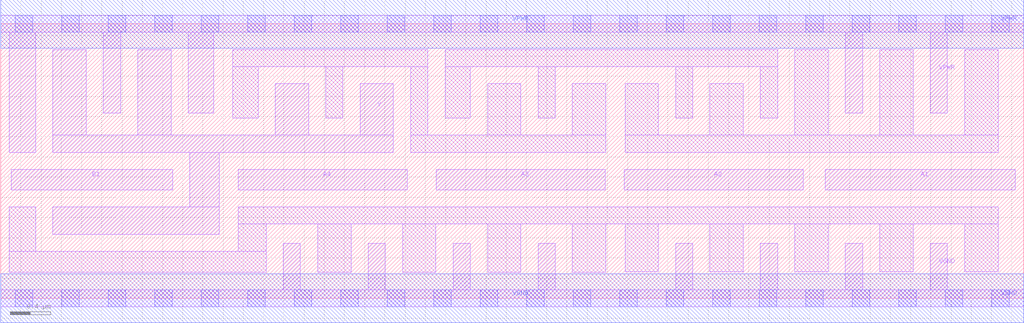
<source format=lef>
# Copyright 2020 The SkyWater PDK Authors
#
# Licensed under the Apache License, Version 2.0 (the "License");
# you may not use this file except in compliance with the License.
# You may obtain a copy of the License at
#
#     https://www.apache.org/licenses/LICENSE-2.0
#
# Unless required by applicable law or agreed to in writing, software
# distributed under the License is distributed on an "AS IS" BASIS,
# WITHOUT WARRANTIES OR CONDITIONS OF ANY KIND, either express or implied.
# See the License for the specific language governing permissions and
# limitations under the License.
#
# SPDX-License-Identifier: Apache-2.0

VERSION 5.7 ;
  NAMESCASESENSITIVE ON ;
  NOWIREEXTENSIONATPIN ON ;
  DIVIDERCHAR "/" ;
  BUSBITCHARS "[]" ;
UNITS
  DATABASE MICRONS 200 ;
END UNITS
MACRO sky130_fd_sc_hd__o41ai_4
  CLASS CORE ;
  SOURCE USER ;
  FOREIGN sky130_fd_sc_hd__o41ai_4 ;
  ORIGIN  0.000000  0.000000 ;
  SIZE  10.12000 BY  2.720000 ;
  SYMMETRY X Y R90 ;
  SITE unithd ;
  PIN A1
    ANTENNAGATEAREA  0.990000 ;
    DIRECTION INPUT ;
    USE SIGNAL ;
    PORT
      LAYER li1 ;
        RECT 8.155000 1.075000 10.035000 1.275000 ;
    END
  END A1
  PIN A2
    ANTENNAGATEAREA  0.990000 ;
    DIRECTION INPUT ;
    USE SIGNAL ;
    PORT
      LAYER li1 ;
        RECT 6.170000 1.075000 7.940000 1.275000 ;
    END
  END A2
  PIN A3
    ANTENNAGATEAREA  0.990000 ;
    DIRECTION INPUT ;
    USE SIGNAL ;
    PORT
      LAYER li1 ;
        RECT 4.310000 1.075000 5.980000 1.275000 ;
    END
  END A3
  PIN A4
    ANTENNAGATEAREA  0.990000 ;
    DIRECTION INPUT ;
    USE SIGNAL ;
    PORT
      LAYER li1 ;
        RECT 2.350000 1.075000 4.020000 1.275000 ;
    END
  END A4
  PIN B1
    ANTENNAGATEAREA  0.990000 ;
    DIRECTION INPUT ;
    USE SIGNAL ;
    PORT
      LAYER li1 ;
        RECT 0.105000 1.075000 1.700000 1.275000 ;
    END
  END B1
  PIN Y
    ANTENNADIFFAREA  1.431000 ;
    DIRECTION OUTPUT ;
    USE SIGNAL ;
    PORT
      LAYER li1 ;
        RECT 0.515000 0.635000 2.160000 0.905000 ;
        RECT 0.515000 1.445000 3.885000 1.615000 ;
        RECT 0.515000 1.615000 0.845000 2.465000 ;
        RECT 1.355000 1.615000 1.685000 2.465000 ;
        RECT 1.870000 0.905000 2.160000 1.445000 ;
        RECT 2.715000 1.615000 3.045000 2.125000 ;
        RECT 3.555000 1.615000 3.885000 2.125000 ;
    END
  END Y
  PIN VGND
    DIRECTION INOUT ;
    SHAPE ABUTMENT ;
    USE GROUND ;
    PORT
      LAYER li1 ;
        RECT 0.000000 -0.085000 10.120000 0.085000 ;
        RECT 2.795000  0.085000  2.965000 0.545000 ;
        RECT 3.635000  0.085000  3.805000 0.545000 ;
        RECT 4.475000  0.085000  4.645000 0.545000 ;
        RECT 5.315000  0.085000  5.485000 0.545000 ;
        RECT 6.675000  0.085000  6.845000 0.545000 ;
        RECT 7.515000  0.085000  7.685000 0.545000 ;
        RECT 8.355000  0.085000  8.525000 0.545000 ;
        RECT 9.195000  0.085000  9.365000 0.545000 ;
      LAYER mcon ;
        RECT 0.145000 -0.085000 0.315000 0.085000 ;
        RECT 0.605000 -0.085000 0.775000 0.085000 ;
        RECT 1.065000 -0.085000 1.235000 0.085000 ;
        RECT 1.525000 -0.085000 1.695000 0.085000 ;
        RECT 1.985000 -0.085000 2.155000 0.085000 ;
        RECT 2.445000 -0.085000 2.615000 0.085000 ;
        RECT 2.905000 -0.085000 3.075000 0.085000 ;
        RECT 3.365000 -0.085000 3.535000 0.085000 ;
        RECT 3.825000 -0.085000 3.995000 0.085000 ;
        RECT 4.285000 -0.085000 4.455000 0.085000 ;
        RECT 4.745000 -0.085000 4.915000 0.085000 ;
        RECT 5.205000 -0.085000 5.375000 0.085000 ;
        RECT 5.665000 -0.085000 5.835000 0.085000 ;
        RECT 6.125000 -0.085000 6.295000 0.085000 ;
        RECT 6.585000 -0.085000 6.755000 0.085000 ;
        RECT 7.045000 -0.085000 7.215000 0.085000 ;
        RECT 7.505000 -0.085000 7.675000 0.085000 ;
        RECT 7.965000 -0.085000 8.135000 0.085000 ;
        RECT 8.425000 -0.085000 8.595000 0.085000 ;
        RECT 8.885000 -0.085000 9.055000 0.085000 ;
        RECT 9.345000 -0.085000 9.515000 0.085000 ;
        RECT 9.805000 -0.085000 9.975000 0.085000 ;
      LAYER met1 ;
        RECT 0.000000 -0.240000 10.120000 0.240000 ;
    END
  END VGND
  PIN VPWR
    DIRECTION INOUT ;
    SHAPE ABUTMENT ;
    USE POWER ;
    PORT
      LAYER li1 ;
        RECT 0.000000 2.635000 10.120000 2.805000 ;
        RECT 0.085000 1.445000  0.345000 2.635000 ;
        RECT 1.015000 1.835000  1.185000 2.635000 ;
        RECT 1.855000 1.835000  2.105000 2.635000 ;
        RECT 8.355000 1.835000  8.525000 2.635000 ;
        RECT 9.195000 1.835000  9.365000 2.635000 ;
      LAYER mcon ;
        RECT 0.145000 2.635000 0.315000 2.805000 ;
        RECT 0.605000 2.635000 0.775000 2.805000 ;
        RECT 1.065000 2.635000 1.235000 2.805000 ;
        RECT 1.525000 2.635000 1.695000 2.805000 ;
        RECT 1.985000 2.635000 2.155000 2.805000 ;
        RECT 2.445000 2.635000 2.615000 2.805000 ;
        RECT 2.905000 2.635000 3.075000 2.805000 ;
        RECT 3.365000 2.635000 3.535000 2.805000 ;
        RECT 3.825000 2.635000 3.995000 2.805000 ;
        RECT 4.285000 2.635000 4.455000 2.805000 ;
        RECT 4.745000 2.635000 4.915000 2.805000 ;
        RECT 5.205000 2.635000 5.375000 2.805000 ;
        RECT 5.665000 2.635000 5.835000 2.805000 ;
        RECT 6.125000 2.635000 6.295000 2.805000 ;
        RECT 6.585000 2.635000 6.755000 2.805000 ;
        RECT 7.045000 2.635000 7.215000 2.805000 ;
        RECT 7.505000 2.635000 7.675000 2.805000 ;
        RECT 7.965000 2.635000 8.135000 2.805000 ;
        RECT 8.425000 2.635000 8.595000 2.805000 ;
        RECT 8.885000 2.635000 9.055000 2.805000 ;
        RECT 9.345000 2.635000 9.515000 2.805000 ;
        RECT 9.805000 2.635000 9.975000 2.805000 ;
      LAYER met1 ;
        RECT 0.000000 2.480000 10.120000 2.960000 ;
    END
  END VPWR
  OBS
    LAYER li1 ;
      RECT 0.085000 0.255000 2.625000 0.465000 ;
      RECT 0.085000 0.465000 0.345000 0.905000 ;
      RECT 2.295000 1.785000 2.545000 2.295000 ;
      RECT 2.295000 2.295000 4.225000 2.465000 ;
      RECT 2.350000 0.465000 2.625000 0.735000 ;
      RECT 2.350000 0.735000 9.865000 0.905000 ;
      RECT 3.135000 0.255000 3.465000 0.735000 ;
      RECT 3.215000 1.785000 3.385000 2.295000 ;
      RECT 3.975000 0.255000 4.305000 0.735000 ;
      RECT 4.055000 1.445000 5.985000 1.615000 ;
      RECT 4.055000 1.615000 4.225000 2.295000 ;
      RECT 4.395000 1.785000 4.645000 2.295000 ;
      RECT 4.395000 2.295000 7.685000 2.465000 ;
      RECT 4.815000 0.255000 5.145000 0.735000 ;
      RECT 4.815000 1.615000 5.145000 2.125000 ;
      RECT 5.315000 1.785000 5.485000 2.295000 ;
      RECT 5.655000 0.255000 5.985000 0.735000 ;
      RECT 5.655000 1.615000 5.985000 2.125000 ;
      RECT 6.175000 0.260000 6.505000 0.735000 ;
      RECT 6.175000 1.445000 9.865000 1.615000 ;
      RECT 6.175000 1.615000 6.505000 2.125000 ;
      RECT 6.675000 1.785000 6.845000 2.295000 ;
      RECT 7.015000 0.260000 7.345000 0.735000 ;
      RECT 7.015000 1.615000 7.345000 2.125000 ;
      RECT 7.515000 1.785000 7.685000 2.295000 ;
      RECT 7.855000 0.260000 8.185000 0.735000 ;
      RECT 7.855000 1.615000 8.185000 2.465000 ;
      RECT 8.695000 0.260000 9.025000 0.735000 ;
      RECT 8.695000 1.615000 9.025000 2.465000 ;
      RECT 9.535000 0.260000 9.865000 0.735000 ;
      RECT 9.535000 1.615000 9.865000 2.465000 ;
  END
END sky130_fd_sc_hd__o41ai_4

</source>
